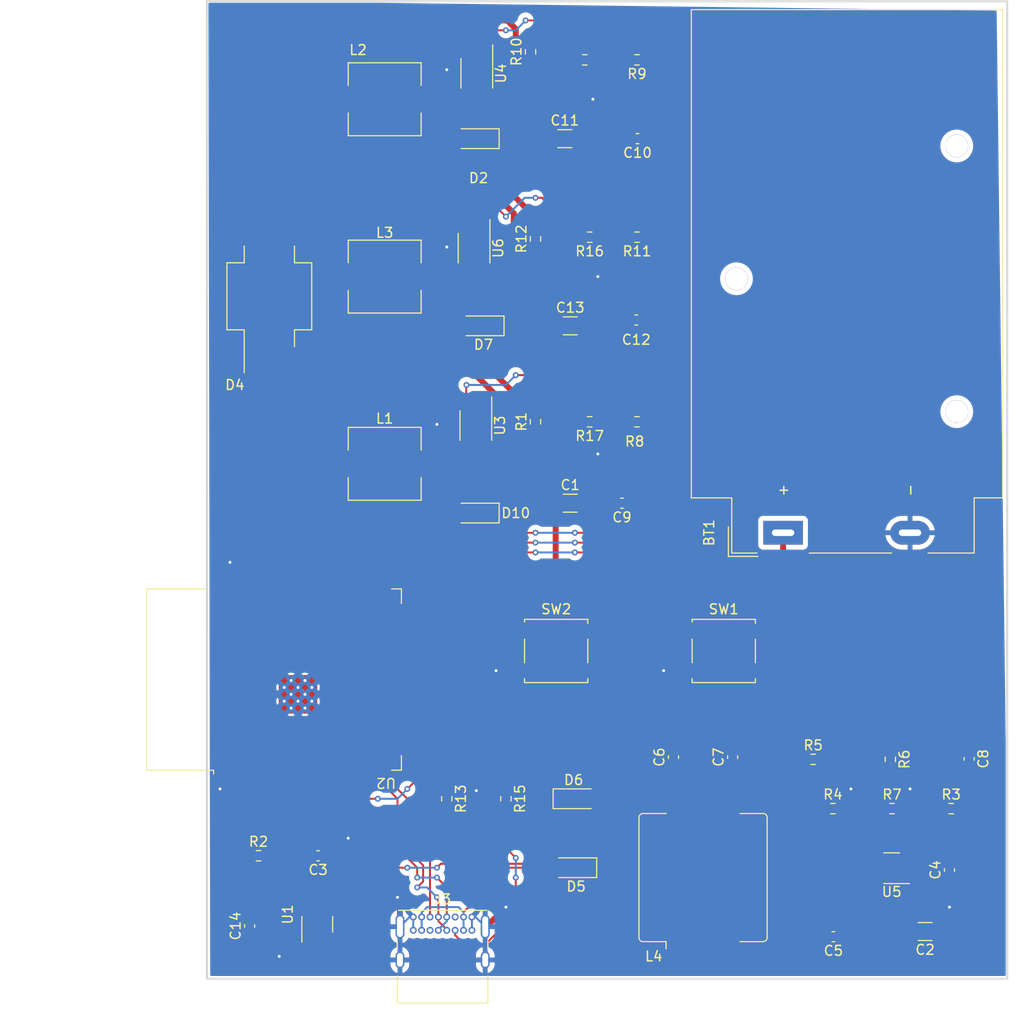
<source format=kicad_pcb>
(kicad_pcb (version 20221018) (generator pcbnew)
  (title_block (company "Winnie Szeto | github.com/wszeto9 | sites.google.com/view/winnies-renders"))
  (layers (0 "F.Cu" signal) (31 "B.Cu" signal) (34 "B.Paste" user) (35 "F.Paste" user) (36 "B.SilkS" user "B.Silkscreen") (37 "F.SilkS" user "F.Silkscreen") (38 "B.Mask" user) (39 "F.Mask" user) (44 "Edge.Cuts" user))
  (property "AUTHOR" "Winnie Szeto")
  (property "PROJECT_REVISION" "A01")
  (property "PROJECT_TITLE" "WS Template Project")
  (net 0 "")
  (net 1 "+9V")
  (net 2 "GND")
  (net 3 "Net-(U2-EN)")
  (net 4 "Net-(U5-SW)")
  (net 5 "Net-(U5-BOOT)")
  (net 6 "/5V, 2A")
  (net 7 "Net-(C8-Pad1)")
  (net 8 "Net-(U5-FB)")
  (net 9 "Net-(U3-CTRL)")
  (net 10 "Net-(U4-CTRL)")
  (net 11 "Net-(U6-CTRL)")
  (net 12 "+3.3V")
  (net 13 "Net-(D2-A)")
  (net 14 "/BLUE_IN")
  (net 15 "/GREEN_IN")
  (net 16 "/RED_IN")
  (net 17 "Net-(D5-K)")
  (net 18 "/VUSB")
  (net 19 "Net-(D7-A)")
  (net 20 "Net-(D10-A)")
  (net 21 "Net-(J3-CC1)")
  (net 23 "Net-(J3-CC2)")
  (net 25 "Net-(U5-EN)")
  (net 26 "/BOOT")
  (net 32 "/DATA1")
  (net 33 "/DATA3")
  (net 34 "/DATA2")
  (net 35 "/BLUE_OUT")
  (net 36 "/GREEN_OUT")
  (net 37 "/RED_OUT")
  (net 38 "Net-(U2-IO19)")
  (net 39 "Net-(U2-IO20)")
  (footprint "Resistor_SMD:R_0603_1608Metric" (layer "F.Cu") (at 210.5 47 180)
    (fp_text reference "R16")
    (fp_text value "10K")
  )
  (footprint "Resistor_SMD:R_0603_1608Metric" (layer "F.Cu") (at 205 47.175 90)
    (fp_text reference "R12")
    (fp_text value "1R")
  )
  (footprint "Capacitor_SMD:C_1206_3216Metric" (layer "F.Cu") (at 244.525 117.475 180)
    (fp_text reference "C2")
    (fp_text value "10uF")
  )
  (footprint "Resistor_SMD:R_0603_1608Metric" (layer "F.Cu") (at 247.175 105)
    (fp_text reference "R3")
    (fp_text value "511K")
  )
  (footprint "Capacitor_SMD:C_1206_3216Metric" (layer "F.Cu") (at 208.525 56)
    (fp_text reference "C13")
    (fp_text value "10uF")
  )
  (footprint "RF_Module:ESP32-S3-WROOM-1" (layer "F.Cu") (at 178.45 91.9 90)
    (fp_text reference "U2")
    (fp_text value "ESP32-S3-WROOM")
  )
  (footprint "Package_SO:MSOP-8-1EP_3x3mm_P0.65mm_EP1.5x1.8mm" (layer "F.Cu") (at 199.05 30.375 -90)
    (fp_text reference "U4")
    (fp_text value "AL8860MP")
  )
  (footprint "Capacitor_SMD:C_0603_1608Metric" (layer "F.Cu") (at 182.95 109.7875 180)
    (fp_text reference "C3")
    (fp_text value "1uF")
  )
  (footprint "Capacitor_SMD:C_0603_1608Metric" (layer "F.Cu") (at 247 111.225 90)
    (fp_text reference "C4")
    (fp_text value "0.1uF")
  )
  (footprint "Resistor_SMD:R_0603_1608Metric" (layer "F.Cu") (at 205 65.7375 90)
    (fp_text reference "R1")
    (fp_text value "1R")
  )
  (footprint "Capacitor_SMD:C_1206_3216Metric" (layer "F.Cu") (at 207.975 37)
    (fp_text reference "C11")
    (fp_text value "10uF")
  )
  (footprint "Diode_SMD:D_SOD-123F" (layer "F.Cu") (at 209 111 180)
    (fp_text reference "D5")
    (fp_text value "RB070mm")
  )
  (footprint "Inductor_SMD:L_Bourns_SRR1208_12.7x12.7mm" (layer "F.Cu") (at 222 112 90)
    (fp_text reference "L4")
    (fp_text value "15uH")
  )
  (footprint "Capacitor_SMD:C_0603_1608Metric" (layer "F.Cu") (at 213.775 74 180)
    (fp_text reference "C9")
    (fp_text value "10nF")
  )
  (footprint "Diode_SMD:D_SOD-123F" (layer "F.Cu") (at 209 104)
    (fp_text reference "D6")
    (fp_text value "RB070mm")
  )
  (footprint "Resistor_SMD:R_0603_1608Metric" (layer "F.Cu") (at 215.3 29 180)
    (fp_text reference "R9")
    (fp_text value "300R")
  )
  (footprint "Diode_SMD:D_SOD-123F" (layer "F.Cu") (at 199.6 56 180)
    (fp_text reference "D7")
    (fp_text value "RB070mm")
  )
  (footprint "Resistor_SMD:R_0603_1608Metric" (layer "F.Cu") (at 215.3 65.7375 180)
    (fp_text reference "R8")
    (fp_text value "300R")
  )
  (footprint "Button_Switch_SMD:SW_Push_1P1T_NO_CK_KSC7xxJ" (layer "F.Cu") (at 224.1 89 180)
    (fp_text reference "SW1")
    (fp_text value "SW_Push")
  )
  (footprint "Button_Switch_SMD:SW_Push_1P1T_NO_CK_KSC7xxJ" (layer "F.Cu") (at 207.1 89 180)
    (fp_text reference "SW2")
    (fp_text value "SW_Push")
  )
  (footprint "Inductor_SMD:L_7.3x7.3_H4.5" (layer "F.Cu") (at 189.7 33)
    (fp_text reference "L2")
    (fp_text value "47uH")
  )
  (footprint "Capacitor_SMD:C_0603_1608Metric" (layer "F.Cu") (at 215.225 55.4075 180)
    (fp_text reference "C12")
    (fp_text value "10nF")
  )
  (footprint "Diode_SMD:D_SOD-123F" (layer "F.Cu") (at 199.1 75 180)
    (fp_text reference "D10")
    (fp_text value "RB070mm")
  )
  (footprint "Capacitor_SMD:C_0603_1608Metric" (layer "F.Cu") (at 235.225 118 180)
    (fp_text reference "C5")
    (fp_text value "0.1uF")
  )
  (footprint "Resistor_SMD:R_0603_1608Metric" (layer "F.Cu") (at 235.175 105)
    (fp_text reference "R4")
    (fp_text value "105K")
  )
  (footprint "Battery:BatteryHolder_MPD_BA9VPC_1xPP3" (layer "F.Cu") (at 230.12 77 90)
    (fp_text reference "BT1")
    (fp_text value "Battery")
  )
  (footprint "Capacitor_SMD:C_0603_1608Metric" (layer "F.Cu") (at 219 99.775 90)
    (fp_text reference "C6")
    (fp_text value "22uF")
  )
  (footprint "Capacitor_SMD:C_0603_1608Metric" (layer "F.Cu") (at 176 116.9125 90)
    (fp_text reference "C14")
    (fp_text value "1uF")
  )
  (footprint "Package_SO:MSOP-8-1EP_3x3mm_P0.65mm_EP1.5x1.8mm" (layer "F.Cu") (at 198.95 66.1125 -90)
    (fp_text reference "U3")
    (fp_text value "AL8860MP")
  )
  (footprint "Resistor_SMD:R_0603_1608Metric" (layer "F.Cu") (at 210.5 65.7375 180)
    (fp_text reference "R17")
    (fp_text value "10K")
  )
  (footprint "Resistor_SMD:R_0603_1608Metric" (layer "F.Cu") (at 202 104 -90)
    (fp_text reference "R15")
    (fp_text value "5.1K")
  )
  (footprint "Capacitor_SMD:C_0603_1608Metric" (layer "F.Cu") (at 249 99.95 -90)
    (fp_text reference "C8")
    (fp_text value "100pF")
  )
  (footprint "Library:USB_C_Receptacle_GCT_USB4085" (layer "F.Cu") (at 192.6 116)
    (fp_text reference "J3")
    (fp_text value "USB_C_Receptacle_USB2.0_16P")
  )
  (footprint "Resistor_SMD:R_0603_1608Metric" (layer "F.Cu") (at 196 104 -90)
    (fp_text reference "R13")
    (fp_text value "5.1K")
  )
  (footprint "Package_TO_SOT_SMD:SOT-23-5" (layer "F.Cu") (at 182.8625 116.7375 90)
    (fp_text reference "U1")
    (fp_text value "AP2112K-3.3")
  )
  (footprint "Capacitor_SMD:C_0603_1608Metric" (layer "F.Cu") (at 225 99.775 90)
    (fp_text reference "C7")
    (fp_text value "22uF")
  )
  (footprint "Resistor_SMD:R_0603_1608Metric" (layer "F.Cu") (at 215.3 47 180)
    (fp_text reference "R11")
    (fp_text value "300R")
  )
  (footprint "Package_TO_SOT_SMD:SOT-23-6" (layer "F.Cu") (at 241.1375 111.05 180)
    (fp_text reference "U5")
    (fp_text value "TPS54202DDC")
  )
  (footprint "Diode_SMD:D_SOD-123F" (layer "F.Cu") (at 199.1 37 180)
    (fp_text reference "D2")
    (fp_text value "RB070mm")
  )
  (footprint "Resistor_SMD:R_0603_1608Metric" (layer "F.Cu") (at 204.5 28.175 90)
    (fp_text reference "R10")
    (fp_text value "1R")
  )
  (footprint "Resistor_SMD:R_0603_1608Metric" (layer "F.Cu") (at 176.9 109.7875)
    (fp_text reference "R2")
    (fp_text value "10K")
  )
  (footprint "Inductor_SMD:L_7.3x7.3_H4.5" (layer "F.Cu") (at 189.7 70)
    (fp_text reference "L1")
    (fp_text value "47uH")
  )
  (footprint "Inductor_SMD:L_7.3x7.3_H4.5" (layer "F.Cu") (at 189.7 51)
    (fp_text reference "L3")
    (fp_text value "47uH")
  )
  (footprint "Resistor_SMD:R_0603_1608Metric" (layer "F.Cu") (at 210 29 180)
    (fp_text reference "R14" hide)
    (fp_text value "10K")
  )
  (footprint "Resistor_SMD:R_0603_1608Metric" (layer "F.Cu") (at 233.175 100)
    (fp_text reference "R5")
    (fp_text value "49.9R")
  )
  (footprint "LED_SMD:LED_RGB_Getian_GT-P6PRGB4303" (layer "F.Cu") (at 178 53 90)
    (fp_text reference "D4")
    (fp_text value "LED_RGB_EP")
  )
  (footprint "Capacitor_SMD:C_1206_3216Metric" (layer "F.Cu") (at 208.525 74)
    (fp_text reference "C1")
    (fp_text value "10uF")
  )
  (footprint "Package_SO:MSOP-8-1EP_3x3mm_P0.65mm_EP1.5x1.8mm" (layer "F.Cu") (at 198.769044 48.1125 -90)
    (fp_text reference "U6")
    (fp_text value "AL8860MP")
  )
  (footprint "Capacitor_SMD:C_0603_1608Metric" (layer "F.Cu") (at 215.35 37 180)
    (fp_text reference "C10")
    (fp_text value "10nF")
  )
  (footprint "Resistor_SMD:R_0603_1608Metric" (layer "F.Cu") (at 241 100 -90)
    (fp_text reference "R6")
    (fp_text value "100K")
  )
  (footprint "Resistor_SMD:R_0603_1608Metric" (layer "F.Cu") (at 241.175 105)
    (fp_text reference "R7")
    (fp_text value "13.3K")
  )
  (gr_rect (start 171.661306 23.062614) (end 252.858694 122.26) (stroke (width 0.2)) (fill none) (layer "Edge.Cuts"))
  (segment (start 246.35 106.025) (end 242.275 110.1) (width 0.6) (layer "F.Cu") (net 1))
  (segment (start 242.9 110.1) (end 242.275 110.1) (width 0.2) (layer "F.Cu") (net 1))
  (segment (start 246.35 105) (end 246.35 109.8) (width 0.6) (layer "F.Cu") (net 1))
  (segment (start 207 65) (end 205 63) (width 0.6) (layer "F.Cu") (net 1))
  (segment (start 228.24 81) (end 230.12 79.12) (width 0.6) (layer "F.Cu") (net 1))
  (segment (start 243.05 117.475) (end 243.05 114.4) (width 0.6) (layer "F.Cu") (net 1))
  (segment (start 207.05 74) (end 207.05 80.05) (width 0.6) (layer "F.Cu") (net 1))
  (segment (start 207 66) (end 207 65) (width 0.6) (layer "F.Cu") (net 1))
  (segment (start 205 45) (end 200.5 40.5) (width 0.6) (layer "F.Cu") (net 1))
  (segment (start 247 110.45) (end 251 106.45) (width 0.6) (layer "F.Cu") (net 1))
  (segment (start 246.35 109.8) (end 247 110.45) (width 0.6) (layer "F.Cu") (net 1))
  (segment (start 205 63) (end 203 63) (width 0.6) (layer "F.Cu") (net 1))
  (segment (start 230.12 77) (end 230.12 79.12) (width 0.6) (layer "F.Cu") (net 1))
  (segment (start 207.05 80.05) (end 208 81) (width 0.6) (layer "F.Cu") (net 1))
  (segment (start 207 46) (end 206 45) (width 0.6) (layer "F.Cu") (net 1))
  (segment (start 240 81) (end 228.24 81) (width 0.6) (layer "F.Cu") (net 1))
  (segment (start 251 106.45) (end 251 92) (width 0.6) (layer "F.Cu") (net 1))
  (segment (start 207 48) (end 207 46) (width 0.6) (layer "F.Cu") (net 1))
  (segment (start 206.4375 66.5625) (end 207 66) (width 0.6) (layer "F.Cu") (net 1))
  (segment (start 203 63) (end 201 61) (width 0.6) (layer "F.Cu") (net 1))
  (segment (start 206 45) (end 205 45) (width 0.6) (layer "F.Cu") (net 1))
  (segment (start 205 48) (end 207 48) (width 0.6) (layer "F.Cu") (net 1))
  (segment (start 246.35 105) (end 246.35 106.025) (width 0.2) (layer "F.Cu") (net 1))
  (segment (start 205 66.5625) (end 206.4375 66.5625) (width 0.6) (layer "F.Cu") (net 1))
  (segment (start 243.05 114.4) (end 247 110.45) (width 0.6) (layer "F.Cu") (net 1))
  (segment (start 208 81) (end 228.24 81) (width 0.6) (layer "F.Cu") (net 1))
  (segment (start 251 92) (end 240 81) (width 0.6) (layer "F.Cu") (net 1))
  (segment (start 201 61) (end 201 56) (width 0.6) (layer "F.Cu") (net 1))
  (segment (start 200.5 40.5) (end 200.5 37) (width 0.6) (layer "F.Cu") (net 1))
  (segment (start 198.725 28.2625) (end 198.725 30.05) (width 0.2) (layer "F.Cu") (net 2))
  (segment (start 211.325 72.675) (end 210 74) (width 0.6) (layer "F.Cu") (net 2))
  (segment (start 198.769044 48.1125) (end 196.1125 48.1125) (width 0.2) (layer "F.Cu") (net 2))
  (segment (start 173.19 100.65) (end 173.19 102.81) (width 0.6) (layer "F.Cu") (net 2))
  (segment (start 200.02 116.98) (end 202 115) (width 0.6) (layer "F.Cu") (net 2))
  (segment (start 236 104) (end 237 103) (width 0.6) (layer "F.Cu") (net 2))
  (segment (start 225 99) (end 219 99) (width 0.6) (layer "F.Cu") (net 2))
  (segment (start 212 37) (end 210.825 35.825) (width 0.6) (layer "F.Cu") (net 2))
  (segment (start 184.2125 109.7875) (end 183.725 109.7875) (width 0.2) (layer "F.Cu") (net 2))
  (segment (start 247 116.475) (end 246 117.475) (width 0.6) (layer "F.Cu") (net 2))
  (segment (start 181.399999 120) (end 182.399999 119) (width 0.6) (layer "F.Cu") (net 2))
  (segment (start 191.25 114.25) (end 191 114) (width 0.6) (layer "F.Cu") (net 2))
  (segment (start 182.399999 119) (end 182.8625 118.537499) (width 0.2) (layer "F.Cu") (net 2))
  (segment (start 180 120) (end 181.399999 120) (width 0.6) (layer "F.Cu") (net 2))
  (segment (start 195.1125 66.1125) (end 195 66) (width 0.2) (layer "F.Cu") (net 2))
  (segment (start 196.375 30.375) (end 199.05 30.375) (width 0.2) (layer "F.Cu") (net 2))
  (segment (start 198.625 64) (end 198.625 65.7875) (width 0.2) (layer "F.Cu") (net 2))
  (segment (start 198.444044 47.7875) (end 198.769044 48.1125) (width 0.2) (layer "F.Cu") (net 2))
  (segment (start 176 120) (end 178 120) (width 0.6) (layer "F.Cu") (net 2))
  (segment (start 179 120) (end 180 120) (width 0.6) (layer "F.Cu") (net 2))
  (segment (start 247 115) (end 247 116.475) (width 0.6) (layer "F.Cu") (net 2))
  (segment (start 210.5925 55.4075) (end 210 56) (width 0.6) (layer "F.Cu") (net 2))
  (segment (start 245 120) (end 242 120) (width 0.6) (layer "F.Cu") (net 2))
  (segment (start 242 120) (end 241 119) (width 0.6) (layer "F.Cu") (net 2))
  (segment (start 212 55.4075) (end 210.5925 55.4075) (width 0.6) (layer "F.Cu") (net 2))
  (segment (start 221.2 91) (end 218 91) (width 0.6) (layer "F.Cu") (net 2))
  (segment (start 198.444044 46) (end 199.094044 46) (width 0.2) (layer "F.Cu") (net 2))
  (segment (start 196 30) (end 196.375 30.375) (width 0.2) (layer "F.Cu") (net 2))
  (segment (start 214.45 55.4075) (end 212 55.4075) (width 0.6) (layer "F.Cu") (net 2))
  (segment (start 173.19 102.81) (end 173 103) (width 0.6) (layer "F.Cu") (net 2))
  (segment (start 198.725 30.05) (end 199.05 30.375) (width 0.2) (layer "F.Cu") (net 2))
  (segment (start 196.1125 48.1125) (end 196 48) (width 0.2) (layer "F.Cu") (net 2))
  (segment (start 199.375 28.2625) (end 198.725 28.2625) (width 0.2) (layer "F.Cu") (net 2))
  (segment (start 211.325 54.7325) (end 211.325 47) (width 0.6) (layer "F.Cu") (net 2))
  (segment (start 182.8625 118.537499) (end 182.8625 117.875) (width 0.2) (layer "F.Cu") (net 2))
  (segment (start 242.275 112) (end 242.275 113.725) (width 0.6) (layer "F.Cu") (net 2))
  (segment (start 173.19 80.81) (end 174 80) (width 0.6) (layer "F.Cu") (net 2))
  (segment (start 204.2 91) (end 201 91) (width 0.6) (layer "F.Cu") (net 2))
  (segment (start 198.95 66.1125) (end 195.1125 66.1125) (width 0.2) (layer "F.Cu") (net 2))
  (segment (start 198.625 65.7875) (end 198.95 66.1125) (width 0.2) (layer "F.Cu") (net 2))
  (segment (start 227 97) (end 225 99) (width 0.6) (layer "F.Cu") (net 2))
  (segment (start 199.275 64) (end 198.625 64) (width 0.2) (layer "F.Cu") (net 2))
  (segment (start 186 108) (end 184.2125 109.7875) (width 0.6) (layer "F.Cu") (net 2))
  (segment (start 242.275 113.725) (end 241 115) (width 0.6) (layer "F.Cu") (net 2))
  (segment (start 191.25 116.98) (end 191.25 114.25) (width 0.6) (layer "F.Cu") (net 2))
  (segment (start 242 105) (end 242 104) (width 0.6) (layer "F.Cu") (net 2))
  (segment (start 246 117.475) (end 246 119) (width 0.6) (layer "F.Cu") (net 2))
  (segment (start 227 91) (end 227 97) (width 0.6) (layer "F.Cu") (net 2))
  (segment (start 204.2 91) (end 210 91) (width 0.6) (layer "F.Cu") (net 2))
  (segment (start 210.825 35.825) (end 210.825 29) (width 0.6) (layer "F.Cu") (net 2))
  (segment (start 221.2 91) (end 227 91) (width 0.6) (layer "F.Cu") (net 2))
  (segment (start 199.9 116.98) (end 200.02 116.98) (width 0.2) (layer "F.Cu") (net 2))
  (segment (start 198.444044 46) (end 198.444044 47.7875) (width 0.2) (layer "F.Cu") (net 2))
  (segment (start 241 115) (end 241 119) (width 0.6) (layer "F.Cu") (net 2))
  (segment (start 212 37) (end 209.45 37) (width 0.6) (layer "F.Cu") (net 2))
  (segment (start 247 112) (end 247 115) (width 0.6) (layer "F.Cu") (net 2))
  (segment (start 214.575 37) (end 212 37) (width 0.6) (layer "F.Cu") (net 2))
  (segment (start 212 55.4075) (end 211.325 54.7325) (width 0.6) (layer "F.Cu") (net 2))
  (segment (start 213 74) (end 210 74) (width 0.6) (layer "F.Cu") (net 2))
  (segment (start 236 105) (end 236 104) (width 0.6) (layer "F.Cu") (net 2))
  (segment (start 176 117.6875) (end 176 120) (width 0.6) (layer "F.Cu") (net 2))
  (segment (start 246 119) (end 245 120) (width 0.6) (layer "F.Cu") (net 2))
  (segment (start 199 103.175) (end 202 103.175) (width 0.6) (layer "F.Cu") (net 2))
  (segment (start 242 104) (end 243 103) (width 0.6) (layer "F.Cu") (net 2))
  (segment (start 178 120) (end 179 120) (width 0.6) (layer "F.Cu") (net 2))
  (segment (start 196 103.175) (end 199 103.175) (width 0.6) (layer "F.Cu") (net 2))
  (segment (start 211.325 65.7375) (end 211.325 72.675) (width 0.6) (layer "F.Cu") (net 2))
  (segment (start 173.19 83.15) (end 173.19 80.81) (width 0.6) (layer "F.Cu") (net 2))
  (via (at 201 91) (size 0.6) (drill 0.3) (layers "F.Cu" "B.Cu") (net 2))
  (via (at 199 103.175) (size 0.6) (drill 0.3) (layers "F.Cu" "B.Cu") (net 2))
  (via (at 196 48) (size 0.6) (drill 0.3) (layers "F.Cu" "B.Cu") (net 2))
  (via (at 179 120) (size 0.6) (drill 0.3) (layers "F.Cu" "B.Cu") (net 2))
  (via (at 243 103) (size 0.6) (drill 0.3) (layers "F.Cu" "B.Cu") (net 2))
  (via (at 237 103) (size 0.6) (drill 0.3) (layers "F.Cu" "B.Cu") (net 2))
  (via (at 218 91) (size 0.6) (drill 0.3) (layers "F.Cu" "B.Cu") (net 2))
  (via (at 186 108) (size 0.6) (drill 0.3) (layers "F.Cu" "B.Cu") (net 2))
  (via (at 174 80) (size 0.6) (drill 0.3) (layers "F.Cu" "B.Cu") (net 2))
  (via (at 191 114) (size 0.6) (drill 0.3) (layers "F.Cu" "B.Cu") (net 2))
  (via (at 202 115) (size 0.6) (drill 0.3) (layers "F.Cu" "B.Cu") (net 2))
  (via (at 247 115) (size 0.6) (drill 0.3) (layers "F.Cu" "B.Cu") (net 2))
  (via (at 211.325 51) (size 0.6) (drill 0.3) (layers "F.Cu" "B.Cu") (net 2))
  (via (at 196 30) (size 0.6) (drill 0.3) (layers "F.Cu" "B.Cu") (net 2))
  (via (at 211.325 69) (size 0.6) (drill 0.3) (layers "F.Cu" "B.Cu") (net 2))
  (via (at 195 66) (size 0.6) (drill 0.3) (layers "F.Cu" "B.Cu") (net 2))
  (via (at 210.825 33) (size 0.6) (drill 0.3) (layers "F.Cu" "B.Cu") (net 2))
  (via (at 173 103) (size 0.6) (drill 0.3) (layers "F.Cu" "B.Cu") (net 2))
  (segment (start 192.23 116) (end 191.25 116.98) (width 0.2) (layer "B.Cu") (net 2))
  (segment (start 198.55 116) (end 198.55 117.35) (width 0.2) (layer "B.Cu") (net 2))
  (segment (start 192.6 116) (end 192.23 116) (width 0.2) (layer "B.Cu") (net 2))
  (segment (start 198.92 116) (end 199.9 116.98) (width 0.2) (layer "B.Cu") (net 2))
  (segment (start 198.55 116) (end 198.92 116) (width 0.2) (layer "B.Cu") (net 2))
  (segment (start 192.6 116) (end 192.6 117.35) (width 0.2) (layer "B.Cu") (net 2))
  (segment (start 195 100) (end 205 100) (width 0.2) (layer "F.Cu") (net 3))
  (segment (start 187.9625 104) (end 189 104) (width 0.2) (layer "F.Cu") (net 3))
  (segment (start 227 87) (end 221.2 87) (width 0.2) (layer "F.Cu") (net 3))
  (segment (start 195 100) (end 192 103) (width 0.2) (layer "F.Cu") (net 3))
  (segment (start 177.725 109.7875) (end 182.175 109.7875) (width 0.2) (layer "F.Cu") (net 3))
  (segment (start 175.73 107.7925) (end 177.725 109.7875) (width 0.2) (layer "F.Cu") (net 3))
  (segment (start 218 87) (end 221.2 87) (width 0.2) (layer "F.Cu") (net 3))
  (segment (start 182.175 109.7875) (end 187.9625 104) (width 0.2) (layer "F.Cu") (net 3))
  (segment (start 175.73 100.65) (end 175.73 107.7925) (width 0.2) (layer "F.Cu") (net 3))
  (segment (start 205 100) (end 218 87) (width 0.2) (layer "F.Cu") (net 3))
  (via (at 189 104) (size 0.6) (drill 0.3) (layers "F.Cu" "B.Cu") (net 3))
  (via (at 192 103) (size 0.6) (drill 0.3) (layers "F.Cu" "B.Cu") (net 3))
  (segment (start 192 103) (end 191 104) (width 0.2) (layer "B.Cu") (net 3))
  (segment (start 191 104) (end 189 104) (width 0.2) (layer "B.Cu") (net 3))
  (segment (start 235 119) (end 236 118) (width 0.2) (layer "F.Cu") (net 4))
  (segment (start 236 118) (end 241.3125 112.6875) (width 0.2) (layer "F.Cu") (net 4))
  (segment (start 241.921948 111.05) (end 242.275 111.05) (width 0.2) (layer "F.Cu") (net 4))
  (segment (start 241.3125 112.6875) (end 241.3125 111.659448) (width 0.2) (layer "F.Cu") (net 4))
  (segment (start 241.3125 111.659448) (end 241.921948 111.05) (width 0.2) (layer "F.Cu") (net 4))
  (segment (start 222 117) (end 224 119) (width 0.2) (layer "F.Cu") (net 4))
  (segment (start 224 119) (end 235 119) (width 0.2) (layer "F.Cu") (net 4))
  (segment (start 240 112) (end 234.45 117.55) (width 0.2) (layer "F.Cu") (net 5))
  (segment (start 234.45 117.55) (end 234.45 118) (width 0.2) (layer "F.Cu") (net 5))
  (segment (start 219 100.55) (end 225 100.55) (width 0.6) (layer "F.Cu") (net 6))
  (segment (start 219 100.55) (end 213.85 100.55) (width 0.6) (layer "F.Cu") (net 6))
  (segment (start 219 100.55) (end 219 104) (width 0.6) (layer "F.Cu") (net 6))
  (segment (start 213.85 100.55) (end 210.4 104) (width 0.6) (layer "F.Cu") (net 6))
  (segment (start 219 104) (end 222 107) (width 0.6) (layer "F.Cu") (net 6))
  (segment (start 231.8 100.55) (end 232.35 100) (width 0.2) (layer "F.Cu") (net 6))
  (segment (start 225 100.55) (end 231.8 100.55) (width 0.6) (layer "F.Cu") (net 6))
  (segment (start 234 100) (end 240.175 100) (width 0.2) (layer "F.Cu") (net 7))
  (segment (start 241 99.175) (end 249 99.175) (width 0.2) (layer "F.Cu") (net 7))
  (segment (start 240.175 100) (end 241 99.175) (width 0.2) (layer "F.Cu") (net 7))
  (segment (start 241 100.825) (end 241 104.35) (width 0.2) (layer "F.Cu") (net 8))
  (segment (start 240.35 109.75) (end 240.35 105) (width 0.2) (layer "F.Cu") (net 8))
  (segment (start 240 110.1) (end 240.35 109.75) (width 0.2) (layer "F.Cu") (net 8))
  (segment (start 241 104.35) (end 240.35 105) (width 0.2) (layer "F.Cu") (net 8))
  (segment (start 241.1 100.725) (end 241 100.825) (width 0.2) (layer "F.Cu") (net 8))
  (segment (start 249 100.725) (end 241.1 100.725) (width 0.2) (layer "F.Cu") (net 8))
  (segment (start 204.9375 61) (end 209.675 65.7375) (width 0.2) (layer "F.Cu") (net 9))
  (segment (start 214.475 65.7375) (end 214.475 73.925) (width 0.2) (layer "F.Cu") (net 9))
  (segment (start 213.7 64.9625) (end 210.45 64.9625) (width 0.2) (layer "F.Cu") (net 9))
  (segment (start 203 61) (end 204.9375 61) (width 0.2) (layer "F.Cu") (net 9))
  (segment (start 198 62) (end 197.975 62.025) (width 0.2) (layer "F.Cu") (net 9))
  (segment (start 197.975 62.025) (end 197.975 64) (width 0.2) (layer "F.Cu") (net 9))
  (segment (start 214.475 65.7375) (end 213.7 64.9625) (width 0.2) (layer "F.Cu") (net 9))
  (segment (start 214.475 73.925) (end 214.55 74) (width 0.2) (layer "F.Cu") (net 9))
  (segment (start 210.45 64.9625) (end 209.675 65.7375) (width 0.2) (layer "F.Cu") (net 9))
  (via (at 198 62) (size 0.6) (drill 0.3) (layers "F.Cu" "B.Cu") (net 9))
  (via (at 203 61) (size 0.6) (drill 0.3) (layers "F.Cu" "B.Cu") (net 9))
  (segment (start 202 62) (end 203 61) (width 0.2) (layer "B.Cu") (net 9))
  (segment (start 198 62) (end 202 62) (width 0.2) (layer "B.Cu") (net 9))
  (segment (start 210.175 28) (end 209.175 29) (width 0.2) (layer "F.Cu") (net 10))
  (segment (start 214.475 29) (end 214.475 28.475) (width 0.2) (layer "F.Cu") (net 10))
  (segment (start 198.075 27.475001) (end 199.550001 26) (width 0.2) (layer "F.Cu") (net 10))
  (segment (start 216.125 37) (end 216.125 30.65) (width 0.2) (layer "F.Cu") (net 10))
  (segment (start 199.550001 26) (end 202 26) (width 0.2) (layer "F.Cu") (net 10))
  (segment (start 206.175 26) (end 209.175 29) (width 0.2) (layer "F.Cu") (net 10))
  (segment (start 214.475 28.475) (end 214 28) (width 0.2) (layer "F.Cu") (net 10))
  (segment (start 198.075 28.2625) (end 198.075 27.475001) (width 0.2) (layer "F.Cu") (net 10))
  (segment (start 204 25) (end 205 25) (width 0.2) (layer "F.Cu") (net 10))
  (segment (start 206 26) (end 206.175 26) (width 0.2) (layer "F.Cu") (net 10))
  (segment (start 205 25) (end 206 26) (width 0.2) (layer "F.Cu") (net 10))
  (segment (start 216.125 30.65) (end 214.475 29) (width 0.2) (layer "F.Cu") (net 10))
  (segment (start 214 28) (end 210.175 28) (width 0.2) (layer "F.Cu") (net 10))
  (via (at 202 26) (size 0.6) (drill 0.3) (layers "F.Cu" "B.Cu") (net 10))
  (via (at 204 25) (size 0.6) (drill 0.3) (layers "F.Cu" "B.Cu") (net 10))
  (segment (start 202 26) (end 203 26) (width 0.2) (layer "B.Cu") (net 10))
  (segment (start 203 26) (end 204 25) (width 0.2) (layer "B.Cu") (net 10))
  (segment (start 213.475 46) (end 210.675 46) (width 0.2) (layer "F.Cu") (net 11))
  (segment (start 199 43.6) (end 197.794044 44.805956) (width 0.2) (layer "F.Cu") (net 11))
  (segment (start 205 43) (end 205.675 43) (width 0.2) (layer "F.Cu") (net 11))
  (segment (start 197.794044 44.805956) (end 197.794044 46) (width 0.2) (layer "F.Cu") (net 11))
  (segment (start 200.6875 43.6) (end 199 43.6) (width 0.2) (layer "F.Cu") (net 11))
  (segment (start 210.675 46) (end 209.675 47) (width 0.2) (layer "F.Cu") (net 11))
  (segment (start 202 44.9125) (end 200.6875 43.6) (width 0.2) (layer "F.Cu") (net 11))
  (segment (start 214.475 47) (end 213.475 46) (width 0.2) (layer "F.Cu") (net 11))
  (segment (start 205.675 43) (end 209.675 47) (width 0.2) (layer "F.Cu") (net 11))
  (segment (start 216 55.4075) (end 216 48.525) (width 0.2) (layer "F.Cu") (net 11))
  (segment (start 216 48.525) (end 214.475 47) (width 0.2) (layer "F.Cu") (net 11))
  (via (at 205 43) (size 0.6) (drill 0.3) (layers "F.Cu" "B.Cu") (net 11))
  (via (at 202 44.9125) (size 0.6) (drill 0.3) (layers "F.Cu" "B.Cu") (net 11))
  (segment (start 203.9125 43) (end 202 44.9125) (width 0.2) (layer "B.Cu") (net 11))
  (segment (start 205 43) (end 203.9125 43) (width 0.2) (layer "B.Cu") (net 11))
  (segment (start 176 116.1375) (end 176 109.8625) (width 0.6) (layer "F.Cu") (net 12))
  (segment (start 174.46 108.1725) (end 176.075 109.7875) (width 0.6) (layer "F.Cu") (net 12))
  (segment (start 176 116.1375) (end 181.375 116.1375) (width 0.6) (layer "F.Cu") (net 12))
  (segment (start 176 109.8625) (end 176.075 109.7875) (width 0.6) (layer "F.Cu") (net 12))
  (segment (start 174.46 100.65) (end 174.46 108.1725) (width 0.6) (layer "F.Cu") (net 12))
  (segment (start 176.075 116.0625) (end 176 116.1375) (width 0.2) (layer "F.Cu") (net 12))
  (segment (start 181.375 116.1375) (end 181.9125 115.6) (width 0.6) (layer "F.Cu") (net 12))
  (segment (start 195 33) (end 197.7 35.7) (width 0.2) (layer "F.Cu") (net 13))
  (segment (start 198.725 32.4875) (end 198.075 32.4875) (width 0.2) (layer "F.Cu") (net 13))
  (segment (start 198.075 32.4875) (end 197.5625 33) (width 0.2) (layer "F.Cu") (net 13))
  (segment (start 195 33) (end 192.9 33) (width 0.2) (layer "F.Cu") (net 13))
  (segment (start 197.5625 33) (end 195 33) (width 0.2) (layer "F.Cu") (net 13))
  (segment (start 197.7 35.7) (end 197.7 37) (width 0.2) (layer "F.Cu") (net 13))
  (segment (start 189.975 52.025) (end 202.8625 64.9125) (width 0.6) (layer "F.Cu") (net 14))
  (segment (start 200.8375 64.9125) (end 199.925 64) (width 0.3) (layer "F.Cu") (net 14))
  (segment (start 179.2 46.78) (end 186.78 46.78) (width 0.6) (layer "F.Cu") (net 14))
  (segment (start 202.8625 64.9125) (end 203 64.9125) (width 0.2) (layer "F.Cu") (net 14))
  (segment (start 186.78 46.78) (end 189.975 49.975) (width 0.6) (layer "F.Cu") (net 14))
  (segment (start 203 64.9125) (end 200.8375 64.9125) (width 0.6) (layer "F.Cu") (net 14))
  (segment (start 189.975 49.975) (end 189.975 52.025) (width 0.6) (layer "F.Cu") (net 14))
  (segment (start 205 64.9125) (end 203 64.9125) (width 0.6) (layer "F.Cu") (net 14))
  (segment (start 201.218871 43) (end 179.63 43) (width 0.6) (layer "F.Cu") (net 15))
  (segment (start 201.15 46.15) (end 201 46) (width 0.2) (layer "F.Cu") (net 15))
  (segment (start 179.63 43) (end 178 44.63) (width 0.6) (layer "F.Cu") (net 15))
  (segment (start 201 46) (end 199.744044 46) (width 0.2) (layer "F.Cu") (net 15))
  (segment (start 202.8 44.581129) (end 201.218871 43) (width 0.6) (layer "F.Cu") (net 15))
  (segment (start 178 44.63) (end 178 46.78) (width 0.6) (layer "F.Cu") (net 15))
  (segment (start 201.15 46.15) (end 202.8 46.15) (width 0.2) (layer "F.Cu") (net 15))
  (segment (start 202.8 46.15) (end 202.8 44.581129) (width 0.6) (layer "F.Cu") (net 15))
  (segment (start 205 46.35) (end 203 46.35) (width 0.6) (layer "F.Cu") (net 15))
  (segment (start 203 46.35) (end 202.8 46.15) (width 0.6) (layer "F.Cu") (net 15))
  (segment (start 185.93 35) (end 176.3 44.63) (width 0.6) (layer "F.Cu") (net 16))
  (segment (start 193 25) (end 190 28) (width 0.6) (layer "F.Cu") (net 16))
  (segment (start 176.3 44.63) (end 176.3 46.78) (width 0.6) (layer "F.Cu") (net 16))
  (segment (start 190 28) (end 190 35) (width 0.6) (layer "F.Cu") (net 16))
  (segment (start 203 27.35) (end 204.5 27.35) (width 0.6) (layer "F.Cu") (net 16))
  (segment (start 200.025 28.2625) (end 200.9375 27.35) (width 0.2) (layer "F.Cu") (net 16))
  (segment (start 203 27.35) (end 203 25.868629) (width 0.6) (layer "F.Cu") (net 16))
  (segment (start 203 25.868629) (end 202.131371 25) (width 0.6) (layer "F.Cu") (net 16))
  (segment (start 190 35) (end 185.93 35) (width 0.6) (layer "F.Cu") (net 16))
  (segment (start 200.9375 27.35) (end 202 27.35) (width 0.2) (layer "F.Cu") (net 16))
  (segment (start 202.131371 25) (end 193 25) (width 0.6) (layer "F.Cu") (net 16))
  (segment (start 202 27.35) (end 203 27.35) (width 0.6) (layer "F.Cu") (net 16))
  (segment (start 207.6 104) (end 207.6 108.2) (width 0.2) (layer "F.Cu") (net 17))
  (segment (start 183.8125 117.212501) (end 183.337499 116.7375) (width 0.2) (layer "F.Cu") (net 17))
  (segment (start 183.8125 117.875) (end 183.8125 117.212501) (width 0.2) (layer "F.Cu") (net 17))
  (segment (start 205.2 110.6) (end 207.6 108.2) (width 0.2) (layer "F.Cu") (net 17))
  (segment (start 182.387501 116.7375) (end 181.9125 117.212501) (width 0.2) (layer "F.Cu") (net 17))
  (segment (start 195.4 110.6) (end 205.2 110.6) (width 0.2) (layer "F.Cu") (net 17))
  (segment (start 192 111) (end 190.6875 111) (width 0.2) (layer "F.Cu") (net 17))
  (segment (start 207.6 108.2) (end 210.4 111) (width 0.2) (layer "F.Cu") (net 17))
  (segment (start 190.6875 111) (end 183.8125 117.875) (width 0.2) (layer "F.Cu") (net 17))
  (segment (start 195 111) (end 195.4 110.6) (width 0.2) (layer "F.Cu") (net 17))
  (segment (start 183.337499 116.7375) (end 182.387501 116.7375) (width 0.2) (layer "F.Cu") (net 17))
  (segment (start 181.9125 117.212501) (end 181.9125 117.875) (width 0.2) (layer "F.Cu") (net 17))
  (via (at 195 111) (size 0.6) (drill 0.3) (layers "F.Cu" "B.Cu") (net 17))
  (via (at 192 111) (size 0.6) (drill 0.3) (layers "F.Cu" "B.Cu") (net 17))
  (segment (start 192 111) (end 195 111) (width 0.2) (layer "B.Cu") (net 17))
  (segment (start 207.6 111) (end 202.205026 111) (width 0.2) (layer "F.Cu") (net 18))
  (segment (start 202.205026 111) (end 197.7 115.505026) (width 0.2) (layer "F.Cu") (net 18))
  (segment (start 197.7 115.505026) (end 197.7 116) (width 0.2) (layer "F.Cu") (net 18))
  (segment (start 193.45 116) (end 193.45 117.35) (width 0.2) (layer "B.Cu") (net 18))
  (segment (start 193.45 117.45) (end 193.45 117.35) (width 0.2) (layer "B.Cu") (net 18))
  (segment (start 194 115) (end 193.45 115.55) (width 0.2) (layer "B.Cu") (net 18))
  (segment (start 197.194974 115) (end 194 115) (width 0.2) (layer "B.Cu") (net 18))
  (segment (start 197.7 115.505026) (end 197.194974 115) (width 0.2) (layer "B.Cu") (net 18))
  (segment (start 197.7 116) (end 197.7 115.505026) (width 0.2) (layer "B.Cu") (net 18))
  (segment (start 197.7 116) (end 197.7 117.35) (width 0.2) (layer "B.Cu") (net 18))
  (segment (start 193.45 115.55) (end 193.45 116) (width 0.2) (layer "B.Cu") (net 18))
  (segment (start 196.019044 52) (end 198.2 54.180956) (width 0.2) (layer "F.Cu") (net 19))
  (segment (start 198.444044 50.225) (end 197.794044 50.225) (width 0.2) (layer "F.Cu") (net 19))
  (segment (start 198.2 54.180956) (end 198.2 56) (width 0.2) (layer "F.Cu") (net 19))
  (segment (start 197.794044 50.225) (end 196.019044 52) (width 0.2) (layer "F.Cu") (net 19))
  (segment (start 193.9 52) (end 192.9 51) (width 0.2) (layer "F.Cu") (net 19))
  (segment (start 196.019044 52) (end 193.9 52) (width 0.2) (layer "F.Cu") (net 19))
  (segment (start 198.625 68.225) (end 197.975 68.225) (width 0.2) (layer "F.Cu") (net 20))
  (segment (start 195.6075 70.5925) (end 197.7 72.685) (width 0.2) (layer "F.Cu") (net 20))
  (segment (start 195.6075 70.5925) (end 192.9 70.5925) (width 0.2) (layer "F.Cu") (net 20))
  (segment (start 197.975 68.225) (end 195.6075 70.5925) (width 0.2) (layer "F.Cu") (net 20))
  (segment (start 197.7 72.685) (end 197.7 75) (width 0.2) (layer "F.Cu") (net 20))
  (segment (start 196 104.825) (end 194.3 106.525) (width 0.2) (layer "F.Cu") (net 21))
  (segment (start 194.3 106.525) (end 194.3 116) (width 0.2) (layer "F.Cu") (net 21))
  (segment (start 203 115.69066) (end 203 112) (width 0.2) (layer "F.Cu") (net 23))
  (segment (start 198.005026 119) (end 199.69066 119) (width 0.2) (layer "F.Cu") (net 23))
  (segment (start 196.85 117.844974) (end 198.005026 119) (width 0.2) (layer "F.Cu") (net 23))
  (segment (start 196.85 117.35) (end 196.85 117.844974) (width 0.2) (layer "F.Cu") (net 23))
  (segment (start 203 110) (end 202 109) (width 0.2) (layer "F.Cu") (net 23))
  (segment (start 199.69066 119) (end 203 115.69066) (width 0.2) (layer "F.Cu") (net 23))
  (segment (start 202 109) (end 202 104.825) (width 0.2) (layer "F.Cu") (net 23))
  (via (at 203 110) (size 0.6) (drill 0.3) (layers "F.Cu" "B.Cu") (net 23))
  (via (at 203 112) (size 0.6) (drill 0.3) (layers "F.Cu" "B.Cu") (net 23))
  (segment (start 203 112) (end 203 110) (width 0.2) (layer "B.Cu") (net 23))
  (segment (start 239.337501 111.05) (end 234.35 106.062499) (width 0.2) (layer "F.Cu") (net 25))
  (segment (start 234.35 106.062499) (end 234.35 105) (width 0.2) (layer "F.Cu") (net 25))
  (segment (start 246.162352 104) (end 241 109.162352) (width 0.2) (layer "F.Cu") (net 25))
  (segment (start 240 111.05) (end 239.337501 111.05) (width 0.2) (layer "F.Cu") (net 25))
  (segment (start 241 110.712499) (end 240.662499 111.05) (width 0.2) (layer "F.Cu") (net 25))
  (segment (start 241 109.162352) (end 241 110.712499) (width 0.2) (layer "F.Cu") (net 25))
  (segment (start 248 105) (end 247 104) (width 0.2) (layer "F.Cu") (net 25))
  (segment (start 247 104) (end 246.162352 104) (width 0.2) (layer "F.Cu") (net 25))
  (segment (start 240.662499 111.05) (end 240 111.05) (width 0.2) (layer "F.Cu") (net 25))
  (segment (start 204.2 87) (end 210 87) (width 0.2) (layer "F.Cu") (net 26))
  (segment (start 189.7 83.15) (end 200.35 83.15) (width 0.2) (layer "F.Cu") (net 26))
  (segment (start 200.35 83.15) (end 204.2 87) (width 0.2) (layer "F.Cu") (net 26))
  (segment (start 216.125 75.223696) (end 216.125 65.7375) (width 0.2) (layer "F.Cu") (net 32))
  (segment (start 214.348696 77) (end 216.125 75.223696) (width 0.2) (layer "F.Cu") (net 32))
  (segment (start 189.82 77) (end 205 77) (width 0.2) (layer "F.Cu") (net 32))
  (segment (start 214.348696 77) (end 209 77) (width 0.2) (layer "F.Cu") (net 32))
  (segment (start 184.62 83.15) (end 184.62 82.2) (width 0.2) (layer "F.Cu") (net 32))
  (segment (start 184.62 82.2) (end 189.82 77) (width 0.2) (layer "F.Cu") (net 32))
  (via (at 205 77) (size 0.6) (drill 0.3) (layers "F.Cu" "B.Cu") (net 32))
  (via (at 209 77) (size 0.6) (drill 0.3) (layers "F.Cu" "B.Cu") (net 32))
  (segment (start 209 77) (end 205 77) (width 0.2) (layer "B.Cu") (net 32))
  (segment (start 219 31.4) (end 216.6 29) (width 0.2) (layer "F.Cu") (net 33))
  (segment (start 209 79) (end 216 79) (width 0.2) (layer "F.Cu") (net 33))
  (segment (start 187.16 83.15) (end 187.16 82.2) (width 0.2) (layer "F.Cu") (net 33))
  (segment (start 187.16 82.2) (end 190.36 79) (width 0.2) (layer "F.Cu") (net 33))
  (segment (start 216 79) (end 219 76) (width 0.2) (layer "F.Cu") (net 33))
  (segment (start 190.36 79) (end 205 79) (width 0.2) (layer "F.Cu") (net 33))
  (segment (start 216.6 29) (end 216.125 29) (width 0.2) (layer "F.Cu") (net 33))
  (segment (start 219 76) (end 219 31.4) (width 0.2) (layer "F.Cu") (net 33))
  (via (at 209 79) (size 0.6) (drill 0.3) (layers "F.Cu" "B.Cu") (net 33))
  (via (at 205 79) (size 0.6) (drill 0.3) (layers "F.Cu" "B.Cu") (net 33))
  (segment (start 209 79) (end 205 79) (width 0.2) (layer "B.Cu") (net 33))
  (segment (start 190.09 78) (end 185.89 82.2) (width 0.2) (layer "F.Cu") (net 34))
  (segment (start 205 78) (end 190.09 78) (width 0.2) (layer "F.Cu") (net 34))
  (segment (start 215 78) (end 209 78) (width 0.2) (layer "F.Cu") (net 34))
  (segment (start 216.125 47) (end 217.275 48.15) (width 0.2) (layer "F.Cu") (net 34))
  (segment (start 185.89 82.2) (end 185.89 83.15) (width 0.2) (layer "F.Cu") (net 34))
  (segment (start 217.275 75.725) (end 215 78) (width 0.2) (layer "F.Cu") (net 34))
  (segment (start 217.275 48.15) (end 217.275 75.725) (width 0.2) (layer "F.Cu") (net 34))
  (via (at 205 78) (size 0.6) (drill 0.3) (layers "F.Cu" "B.Cu") (net 34))
  (via (at 209 78) (size 0.6) (drill 0.3) (layers "F.Cu" "B.Cu") (net 34))
  (segment (start 205 78) (end 209 78) (width 0.2) (layer "B.Cu") (net 34))
  (segment (start 179.7 63.7) (end 179.7 59.22) (width 0.6) (layer "F.Cu") (net 35))
  (segment (start 186 70) (end 179.7 63.7) (width 0.6) (layer "F.Cu") (net 35))
  (segment (start 186.5 70) (end 186 70) (width 0.2) (layer "F.Cu") (net 35))
  (segment (start 177.5 58.27) (end 178.77 57) (width 0.6) (layer "F.Cu") (net 36))
  (segment (start 185 53) (end 185 51) (width 0.6) (layer "F.Cu") (net 36))
  (segment (start 181 57) (end 185 53) (width 0.6) (layer "F.Cu") (net 36))
  (segment (start 178.77 57) (end 181 57) (width 0.6) (layer "F.Cu") (net 36))
  (segment (start 185 51) (end 186.5 51) (width 0.6) (layer "F.Cu") (net 36))
  (segment (start 173 44) (end 173 55.92) (width 0.6) (layer "F.Cu") (net 37))
  (segment (start 173 55.92) (end 176.3 59.22) (width 0.6) (layer "F.Cu") (net 37))
  (segment (start 186.5 33) (end 184 33) (width 0.6) (layer "F.Cu") (net 37))
  (segment (start 184 33) (end 173 44) (width 0.6) (layer "F.Cu") (net 37))
  (segment (start 193 111) (end 193 112) (width 0.2) (layer "F.Cu") (net 38))
  (segment (start 192 110) (end 193 111) (width 0.2) (layer "F.Cu") (net 38))
  (segment (start 188.43 100.65) (end 188.43 101.43) (width 0.2) (layer "F.Cu") (net 38))
  (segment (start 191 104) (end 191 109) (width 0.2) (layer "F.Cu") (net 38))
  (segment (start 196 113) (end 196 116) (width 0.2) (layer "F.Cu") (net 38))
  (segment (start 188.43 101.43) (end 191 104) (width 0.2) (layer "F.Cu") (net 38))
  (segment (start 195 112) (end 196 113) (width 0.2) (layer "F.Cu") (net 38))
  (segment (start 191 109) (end 192 110) (width 0.2) (layer "F.Cu") (net 38))
  (via (at 195 112) (size 0.6) (drill 0.3) (layers "F.Cu" "B.Cu") (net 38))
  (via (at 193 112) (size 0.6) (drill 0.3) (layers "F.Cu" "B.Cu") (net 38))
  (segment (start 196 116.430761) (end 195.15 117.280761) (width 0.2) (layer "B.Cu") (net 38))
  (segment (start 196 116) (end 196 116.430761) (width 0.2) (layer "B.Cu") (net 38))
  (segment (start 193 112) (end 195 112) (width 0.2) (layer "B.Cu") (net 38))
  (segment (start 195.15 117.280761) (end 195.15 117.35) (width 0.2) (layer "B.Cu") (net 38))
  (segment (start 195 114) (end 195.15 114.15) (width 0.2) (layer "F.Cu") (net 39))
  (segment (start 195.15 116) (end 195.15 116.430761) (width 0.2) (layer "F.Cu") (net 39))
  (segment (start 193.6 110.751471) (end 192 109.151471) (width 0.2) (layer "F.Cu") (net 39))
  (segment (start 192 109.151471) (end 192 104) (width 0.2) (layer "F.Cu") (net 39))
  (segment (start 193 113) (end 193.6 112.4) (width 0.2) (layer "F.Cu") (net 39))
  (segment (start 196 117.280761) (end 196 117.35) (width 0.2) (layer "F.Cu") (net 39))
  (segment (start 192 104) (end 189.7 101.7) (width 0.2) (layer "F.Cu") (net 39))
  (segment (start 189.7 101.7) (end 189.7 100.65) (width 0.2) (layer "F.Cu") (net 39))
  (segment (start 193.6 112.4) (end 193.6 110.751471) (width 0.2) (layer "F.Cu") (net 39))
  (segment (start 195.15 114.15) (end 195.15 116) (width 0.2) (layer "F.Cu") (net 39))
  (segment (start 195.15 116.430761) (end 196 117.280761) (width 0.2) (layer "F.Cu") (net 39))
  (via (at 195 114) (size 0.6) (drill 0.3) (layers "F.Cu" "B.Cu") (net 39))
  (via (at 193 113) (size 0.6) (drill 0.3) (layers "F.Cu" "B.Cu") (net 39))
  (segment (start 194 113) (end 195 114) (width 0.2) (layer "B.Cu") (net 39))
  (segment (start 193 113) (end 194 113) (width 0.2) (layer "B.Cu") (net 39))
  (zone (net 2) (net_name "GND") (layer "F.Cu") (priority 3) (connect_pads (clearance 0.508)) (min_thickness 0.25) (fill yes (thermal_gap 0.5) (thermal_bridge_width 0.5))
    (polygon (pts (xy 191 115) (xy 191 121) (xy 200 121) (xy 200 115) (xy 199 115) (xy 198.536725 115.463275) (xy 198.612723 117.387277) (xy 197 119) (xy 194 119) (xy 192.583216 117.281772) (xy 192.557034 115.442966)))
  )
  (zone (net 1) (net_name "+9V") (layer "F.Cu") (priority 2) (connect_pads (clearance 0.508)) (min_thickness 0.25) (fill yes (thermal_gap 0.5) (thermal_bridge_width 0.5))
    (polygon (pts (xy 247 105) (xy 246 105) (xy 241.749879 110.126431) (xy 243.467236 110.131485) (xy 243 118.153846) (xy 246 111) (xy 248 110) (xy 247.281796 106.718204)))
  )
  (zone (net 1) (net_name "+9V") (layer "F.Cu") (priority 4) (connect_pads (clearance 0.508)) (min_thickness 0.25) (fill yes (thermal_gap 0.5) (thermal_bridge_width 0.5))
    (polygon (pts (xy 203 66) (xy 206 66) (xy 208 69) (xy 208 76) (xy 199.626338 76) (xy 200 68.294232)))
  )
  (zone (net 1) (net_name "+9V") (layer "F.Cu") (priority 4) (connect_pads (clearance 0.508)) (min_thickness 0.25) (fill yes (thermal_gap 0.5) (thermal_bridge_width 0.5))
    (polygon (pts (xy 203 29) (xy 205 29) (xy 207 31) (xy 207 38) (xy 200 38) (xy 200 32)))
  )
  (zone (net 6) (net_name "/5V, 2A") (layer "F.Cu") (priority 1) (connect_pads (clearance 0.508)) (min_thickness 0.25) (fill yes (thermal_gap 0.5) (thermal_bridge_width 0.5))
    (polygon (pts (xy 229 112) (xy 233 108) (xy 233 99) (xy 227 99) (xy 226 100) (xy 209 100) (xy 209 105) (xy 216 112)))
  )
  (zone (net 1) (net_name "+9V") (layer "F.Cu") (priority 4) (connect_pads (clearance 0.508)) (min_thickness 0.25) (fill yes (thermal_gap 0.5) (thermal_bridge_width 0.5))
    (polygon (pts (xy 203 48) (xy 205 48) (xy 208 51) (xy 208 57) (xy 199.626338 57) (xy 199.705768 50.294232)))
  )
  (zone (net 0) (net_name "") (layer "F.Cu") (priority 5) (connect_pads (clearance 0.508)) (min_thickness 0.25) (fill yes (thermal_gap 0.5) (thermal_bridge_width 0.5) (island_removal_mode 1) (island_area_min 10))
    (polygon (pts (xy 174.8625 109.7375) (xy 174.8625 116.7375) (xy 181.8625 116.7375) (xy 182.8625 115.7375) (xy 182.8625 114.7375) (xy 178.8625 110.7375) (xy 176.8625 110.7375) (xy 176.8625 109.7375) (xy 176.833779 109.708779) (xy 176.8625 108.7875) (xy 176.307709 108.7875) (xy 174.8625 108.7875)))
  )
  (zone (net 2) (net_name "GND") (layer "B.Cu") (connect_pads (clearance 0.508)) (min_thickness 0.25) (fill yes (thermal_gap 0.5) (thermal_bridge_width 0.5))
    (polygon (pts (xy 172 121.991736) (xy 253 121.991736) (xy 251.787686 24) (xy 171.818098 22.991736)))
  )
)
</source>
